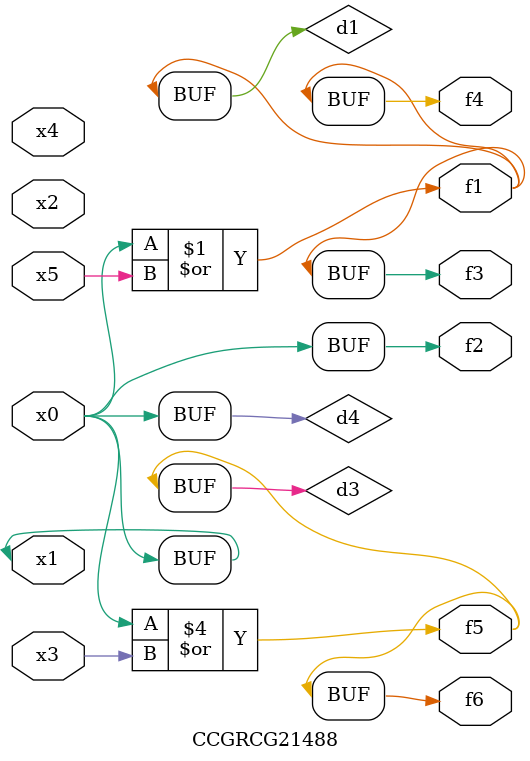
<source format=v>
module CCGRCG21488(
	input x0, x1, x2, x3, x4, x5,
	output f1, f2, f3, f4, f5, f6
);

	wire d1, d2, d3, d4;

	or (d1, x0, x5);
	xnor (d2, x1, x4);
	or (d3, x0, x3);
	buf (d4, x0, x1);
	assign f1 = d1;
	assign f2 = d4;
	assign f3 = d1;
	assign f4 = d1;
	assign f5 = d3;
	assign f6 = d3;
endmodule

</source>
